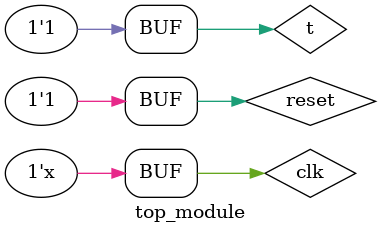
<source format=v>
module top_module ();
    reg clk, reset, t;
    wire q;
    initial begin
            clk=0; reset=0; t=0;
            #5 reset=1;
            #5 reset=0;
            #5 t=1;
            #5 reset=1;
    end
    always #5 clk = ~clk;
    tff under_test (clk, reset, t, q);

endmodule

</source>
